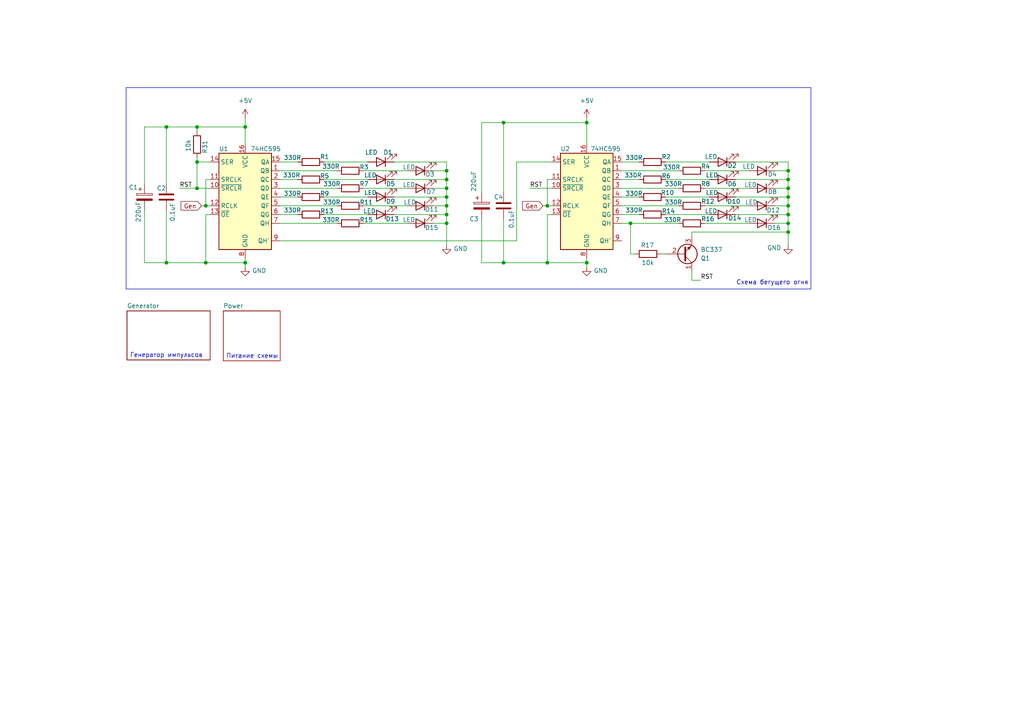
<source format=kicad_sch>
(kicad_sch (version 20231120) (generator "eeschema") (generator_version "8.0")
  (paper "A4")
  (lib_symbols
    (symbol "74xx:74HC595"
      (property "Reference" "U" (at -7.62 13.97 0))
      (property "Value" "74HC595" (at -7.62 -16.51 0))
      (symbol "74HC595_1_0"
        (pin tri_state line (at 10.16 7.62 180) (length 2.54) (name "QB") (number "1"))
        (pin input line (at -10.16 2.54 0) (length 2.54) (name "~{SRCLR}") (number "10"))
        (pin input line (at -10.16 5.08 0) (length 2.54) (name "SRCLK") (number "11"))
        (pin input line (at -10.16 -2.54 0) (length 2.54) (name "RCLK") (number "12"))
        (pin input line (at -10.16 -5.08 0) (length 2.54) (name "~{OE}") (number "13"))
        (pin input line (at -10.16 10.16 0) (length 2.54) (name "SER") (number "14"))
        (pin tri_state line (at 10.16 10.16 180) (length 2.54) (name "QA") (number "15"))
        (pin power_in line (at 0 15.24 270) (length 2.54) (name "VCC") (number "16"))
        (pin tri_state line (at 10.16 5.08 180) (length 2.54) (name "QC") (number "2"))
        (pin tri_state line (at 10.16 2.54 180) (length 2.54) (name "QD") (number "3"))
        (pin tri_state line (at 10.16 0 180) (length 2.54) (name "QE") (number "4"))
        (pin tri_state line (at 10.16 -2.54 180) (length 2.54) (name "QF") (number "5"))
        (pin tri_state line (at 10.16 -5.08 180) (length 2.54) (name "QG") (number "6"))
        (pin tri_state line (at 10.16 -7.62 180) (length 2.54) (name "QH") (number "7"))
        (pin power_in line (at 0 -17.78 90) (length 2.54) (name "GND") (number "8"))
        (pin output line (at 10.16 -12.7 180) (length 2.54) (name "QH'") (number "9"))
      )
      (symbol "74HC595_1_1"
        (rectangle (start -7.62 12.7) (end 7.62 -15.24) (stroke (width 0.254)) (fill (type background)))
      )
    )
    (symbol "Device:C" (pin_numbers hide) (pin_names (offset 0.254))
      (property "Reference" "C" (at 0.635 2.54 0))
      (property "Value" "C" (at 0.635 -2.54 0))
      (symbol "C_0_1"
        (polyline (pts (xy -2.032 -0.762) (xy 2.032 -0.762)) (stroke (width 0.508)))
        (polyline (pts (xy -2.032 0.762) (xy 2.032 0.762)) (stroke (width 0.508)))
      )
      (symbol "C_1_1"
        (pin passive line (at 0 3.81 270) (length 2.794) (name "~") (number "1"))
        (pin passive line (at 0 -3.81 90) (length 2.794) (name "~") (number "2"))
      )
    )
    (symbol "Device:C_Polarized" (pin_numbers hide) (pin_names (offset 0.254))
      (property "Reference" "C" (at 0.635 2.54 0))
      (property "Value" "C_Polarized" (at 0.635 -2.54 0))
      (symbol "C_Polarized_0_1"
        (rectangle (start -2.286 0.508) (end 2.286 1.016))
        (polyline (pts (xy -1.778 2.286) (xy -0.762 2.286)))
        (polyline (pts (xy -1.27 2.794) (xy -1.27 1.778)))
        (rectangle (start 2.286 -0.508) (end -2.286 -1.016) (fill (type outline)))
      )
      (symbol "C_Polarized_1_1"
        (pin passive line (at 0 3.81 270) (length 2.794) (name "~") (number "1"))
        (pin passive line (at 0 -3.81 90) (length 2.794) (name "~") (number "2"))
      )
    )
    (symbol "Device:LED" (pin_numbers hide) (pin_names (offset 1.016) hide)
      (property "Reference" "D" (at 0 2.54 0))
      (property "Value" "LED" (at 0 -2.54 0))
      (symbol "LED_0_1"
        (polyline (pts (xy -1.27 -1.27) (xy -1.27 1.27)) (stroke (width 0.254)))
        (polyline (pts (xy -1.27 0) (xy 1.27 0)))
        (polyline (pts (xy 1.27 -1.27) (xy 1.27 1.27) (xy -1.27 0) (xy 1.27 -1.27)) (stroke (width 0.254)))
        (polyline (pts (xy -3.048 -0.762) (xy -4.572 -2.286) (xy -3.81 -2.286) (xy -4.572 -2.286) (xy -4.572 -1.524)))
        (polyline (pts (xy -1.778 -0.762) (xy -3.302 -2.286) (xy -2.54 -2.286) (xy -3.302 -2.286) (xy -3.302 -1.524)))
      )
      (symbol "LED_1_1"
        (pin passive line (at -3.81 0 0) (length 2.54) (name "K") (number "1"))
        (pin passive line (at 3.81 0 180) (length 2.54) (name "A") (number "2"))
      )
    )
    (symbol "Device:R" (pin_numbers hide) (pin_names (offset 0))
      (property "Reference" "R" (at 2.032 0 90))
      (property "Value" "R" (at 0 0 90))
      (symbol "R_0_1"
        (rectangle (start -1.016 -2.54) (end 1.016 2.54) (stroke (width 0.254)))
      )
      (symbol "R_1_1"
        (pin passive line (at 0 3.81 270) (length 1.27) (name "~") (number "1"))
        (pin passive line (at 0 -3.81 90) (length 1.27) (name "~") (number "2"))
      )
    )
    (symbol "Transistor_BJT:BC337" (pin_names (offset 0) hide)
      (property "Reference" "Q" (at 5.08 1.905 0))
      (property "Value" "BC337" (at 5.08 0 0))
      (symbol "BC337_0_1"
        (polyline (pts (xy 0 0) (xy 0.635 0)))
        (polyline (pts (xy 0.635 0.635) (xy 2.54 2.54)))
        (polyline (pts (xy 0.635 -0.635) (xy 2.54 -2.54) (xy 2.54 -2.54)))
        (polyline (pts (xy 0.635 1.905) (xy 0.635 -1.905) (xy 0.635 -1.905)) (stroke (width 0.508)))
        (polyline (pts (xy 1.27 -1.778) (xy 1.778 -1.27) (xy 2.286 -2.286) (xy 1.27 -1.778) (xy 1.27 -1.778)) (fill (type outline)))
        (circle (center 1.27 0) (radius 2.8194) (stroke (width 0.254)))
      )
      (symbol "BC337_1_1"
        (pin passive line (at 2.54 5.08 270) (length 2.54) (name "C") (number "1"))
        (pin input line (at -5.08 0 0) (length 5.08) (name "B") (number "2"))
        (pin passive line (at 2.54 -5.08 90) (length 2.54) (name "E") (number "3"))
      )
    )
    (symbol "power:+5V" (power) (pin_numbers hide) (pin_names (offset 0) hide)
      (property "Value" "+5V" (at 0 3.556 0))
      (symbol "+5V_0_1"
        (polyline (pts (xy -0.762 1.27) (xy 0 2.54)))
        (polyline (pts (xy 0 0) (xy 0 2.54)))
        (polyline (pts (xy 0 2.54) (xy 0.762 1.27)))
      )
      (symbol "+5V_1_1"
        (pin power_in line (at 0 0 90) (length 0) (name "~") (number "1"))
      )
    )
    (symbol "power:GND" (power) (pin_numbers hide) (pin_names (offset 0) hide)
      (property "Value" "GND" (at 0 -3.81 0))
      (symbol "GND_0_1"
        (polyline (pts (xy 0 0) (xy 0 -1.27) (xy 1.27 -1.27) (xy 0 -2.54) (xy -1.27 -1.27) (xy 0 -1.27)))
      )
      (symbol "GND_1_1"
        (pin power_in line (at 0 0 270) (length 0) (name "~") (number "1"))
      )
    )
  )
  (junction (at 129.54 62.23))
  (junction (at 129.54 57.15))
  (junction (at 182.88 64.77))
  (junction (at 170.18 76.2))
  (junction (at 228.6 49.53))
  (junction (at 146.05 35.56))
  (junction (at 228.6 54.61))
  (junction (at 228.6 67.31))
  (junction (at 158.75 76.2))
  (junction (at 158.75 59.69))
  (junction (at 228.6 52.07))
  (junction (at 228.6 59.69))
  (junction (at 129.54 49.53))
  (junction (at 48.26 36.83))
  (junction (at 48.26 76.2))
  (junction (at 57.15 54.61))
  (junction (at 129.54 52.07))
  (junction (at 129.54 59.69))
  (junction (at 59.69 59.69))
  (junction (at 146.05 76.2))
  (junction (at 228.6 62.23))
  (junction (at 71.12 76.2))
  (junction (at 228.6 64.77))
  (junction (at 57.15 36.83))
  (junction (at 71.12 36.83))
  (junction (at 129.54 64.77))
  (junction (at 170.18 35.56))
  (junction (at 59.69 76.2))
  (junction (at 57.15 46.99))
  (junction (at 228.6 57.15))
  (junction (at 129.54 54.61))
  (wire (pts (xy 71.12 34.29) (xy 71.12 36.83)))
  (wire (pts (xy 81.28 46.99) (xy 86.36 46.99)))
  (wire (pts (xy 200.66 67.31) (xy 228.6 67.31)))
  (wire (pts (xy 57.15 54.61) (xy 57.15 46.99)))
  (wire (pts (xy 193.04 52.07) (xy 205.74 52.07)))
  (wire (pts (xy 228.6 49.53) (xy 228.6 46.99)))
  (wire (pts (xy 182.88 73.66) (xy 184.15 73.66)))
  (wire (pts (xy 93.98 52.07) (xy 106.68 52.07)))
  (wire (pts (xy 41.91 60.96) (xy 41.91 76.2)))
  (wire (pts (xy 129.54 54.61) (xy 129.54 52.07)))
  (wire (pts (xy 93.98 46.99) (xy 106.68 46.99)))
  (wire (pts (xy 170.18 76.2) (xy 170.18 77.47)))
  (wire (pts (xy 139.7 55.88) (xy 139.7 35.56)))
  (wire (pts (xy 228.6 59.69) (xy 228.6 57.15)))
  (wire (pts (xy 48.26 76.2) (xy 59.69 76.2)))
  (wire (pts (xy 71.12 74.93) (xy 71.12 76.2)))
  (wire (pts (xy 59.69 76.2) (xy 71.12 76.2)))
  (wire (pts (xy 180.34 64.77) (xy 182.88 64.77)))
  (wire (pts (xy 48.26 36.83) (xy 57.15 36.83)))
  (wire (pts (xy 228.6 64.77) (xy 228.6 62.23)))
  (wire (pts (xy 213.36 46.99) (xy 228.6 46.99)))
  (wire (pts (xy 160.02 62.23) (xy 158.75 62.23)))
  (wire (pts (xy 213.36 52.07) (xy 228.6 52.07)))
  (wire (pts (xy 105.41 54.61) (xy 118.11 54.61)))
  (wire (pts (xy 204.47 49.53) (xy 217.17 49.53)))
  (wire (pts (xy 81.28 69.85) (xy 149.86 69.85)))
  (wire (pts (xy 213.36 62.23) (xy 228.6 62.23)))
  (wire (pts (xy 182.88 73.66) (xy 182.88 64.77)))
  (wire (pts (xy 224.79 59.69) (xy 228.6 59.69)))
  (wire (pts (xy 81.28 49.53) (xy 97.79 49.53)))
  (wire (pts (xy 213.36 57.15) (xy 228.6 57.15)))
  (wire (pts (xy 224.79 49.53) (xy 228.6 49.53)))
  (wire (pts (xy 146.05 63.5) (xy 146.05 76.2)))
  (wire (pts (xy 57.15 46.99) (xy 60.96 46.99)))
  (wire (pts (xy 57.15 45.72) (xy 57.15 46.99)))
  (wire (pts (xy 59.69 52.07) (xy 60.96 52.07)))
  (wire (pts (xy 228.6 62.23) (xy 228.6 59.69)))
  (wire (pts (xy 204.47 64.77) (xy 217.17 64.77)))
  (wire (pts (xy 81.28 64.77) (xy 97.79 64.77)))
  (wire (pts (xy 228.6 67.31) (xy 228.6 64.77)))
  (wire (pts (xy 149.86 46.99) (xy 149.86 69.85)))
  (wire (pts (xy 129.54 57.15) (xy 129.54 54.61)))
  (wire (pts (xy 125.73 59.69) (xy 129.54 59.69)))
  (wire (pts (xy 193.04 62.23) (xy 205.74 62.23)))
  (wire (pts (xy 105.41 59.69) (xy 118.11 59.69)))
  (wire (pts (xy 114.3 62.23) (xy 129.54 62.23)))
  (wire (pts (xy 224.79 54.61) (xy 228.6 54.61)))
  (wire (pts (xy 57.15 54.61) (xy 60.96 54.61)))
  (wire (pts (xy 139.7 76.2) (xy 146.05 76.2)))
  (wire (pts (xy 228.6 67.31) (xy 228.6 71.12)))
  (wire (pts (xy 170.18 74.93) (xy 170.18 76.2)))
  (wire (pts (xy 57.15 36.83) (xy 57.15 38.1)))
  (wire (pts (xy 204.47 54.61) (xy 217.17 54.61)))
  (wire (pts (xy 180.34 59.69) (xy 196.85 59.69)))
  (wire (pts (xy 224.79 64.77) (xy 228.6 64.77)))
  (wire (pts (xy 180.34 52.07) (xy 185.42 52.07)))
  (wire (pts (xy 170.18 35.56) (xy 170.18 41.91)))
  (wire (pts (xy 180.34 57.15) (xy 185.42 57.15)))
  (wire (pts (xy 52.07 54.61) (xy 57.15 54.61)))
  (wire (pts (xy 146.05 76.2) (xy 158.75 76.2)))
  (wire (pts (xy 81.28 54.61) (xy 97.79 54.61)))
  (wire (pts (xy 170.18 34.29) (xy 170.18 35.56)))
  (wire (pts (xy 200.66 67.31) (xy 200.66 68.58)))
  (wire (pts (xy 59.69 59.69) (xy 60.96 59.69)))
  (wire (pts (xy 228.6 52.07) (xy 228.6 49.53)))
  (wire (pts (xy 153.67 54.61) (xy 160.02 54.61)))
  (wire (pts (xy 93.98 57.15) (xy 106.68 57.15)))
  (wire (pts (xy 105.41 64.77) (xy 118.11 64.77)))
  (wire (pts (xy 180.34 62.23) (xy 185.42 62.23)))
  (wire (pts (xy 60.96 62.23) (xy 59.69 62.23)))
  (wire (pts (xy 81.28 52.07) (xy 86.36 52.07)))
  (wire (pts (xy 59.69 62.23) (xy 59.69 76.2)))
  (wire (pts (xy 129.54 71.12) (xy 129.54 64.77)))
  (wire (pts (xy 129.54 59.69) (xy 129.54 57.15)))
  (wire (pts (xy 41.91 53.34) (xy 41.91 36.83)))
  (wire (pts (xy 114.3 46.99) (xy 129.54 46.99)))
  (wire (pts (xy 158.75 76.2) (xy 170.18 76.2)))
  (wire (pts (xy 114.3 52.07) (xy 129.54 52.07)))
  (wire (pts (xy 57.15 36.83) (xy 71.12 36.83)))
  (wire (pts (xy 59.69 52.07) (xy 59.69 59.69)))
  (wire (pts (xy 160.02 59.69) (xy 158.75 59.69)))
  (wire (pts (xy 228.6 54.61) (xy 228.6 52.07)))
  (wire (pts (xy 146.05 35.56) (xy 170.18 35.56)))
  (wire (pts (xy 228.6 57.15) (xy 228.6 54.61)))
  (wire (pts (xy 146.05 35.56) (xy 146.05 55.88)))
  (wire (pts (xy 41.91 76.2) (xy 48.26 76.2)))
  (wire (pts (xy 48.26 60.96) (xy 48.26 76.2)))
  (wire (pts (xy 129.54 62.23) (xy 129.54 59.69)))
  (wire (pts (xy 58.42 59.69) (xy 59.69 59.69)))
  (wire (pts (xy 139.7 63.5) (xy 139.7 76.2)))
  (wire (pts (xy 125.73 49.53) (xy 129.54 49.53)))
  (wire (pts (xy 204.47 59.69) (xy 217.17 59.69)))
  (wire (pts (xy 125.73 64.77) (xy 129.54 64.77)))
  (wire (pts (xy 81.28 57.15) (xy 86.36 57.15)))
  (wire (pts (xy 158.75 62.23) (xy 158.75 76.2)))
  (wire (pts (xy 180.34 54.61) (xy 196.85 54.61)))
  (wire (pts (xy 81.28 62.23) (xy 86.36 62.23)))
  (wire (pts (xy 129.54 52.07) (xy 129.54 49.53)))
  (wire (pts (xy 71.12 76.2) (xy 71.12 77.47)))
  (wire (pts (xy 158.75 52.07) (xy 160.02 52.07)))
  (wire (pts (xy 191.77 73.66) (xy 193.04 73.66)))
  (wire (pts (xy 180.34 49.53) (xy 196.85 49.53)))
  (wire (pts (xy 193.04 46.99) (xy 205.74 46.99)))
  (wire (pts (xy 160.02 46.99) (xy 149.86 46.99)))
  (wire (pts (xy 139.7 35.56) (xy 146.05 35.56)))
  (wire (pts (xy 182.88 64.77) (xy 196.85 64.77)))
  (wire (pts (xy 200.66 81.28) (xy 203.2 81.28)))
  (wire (pts (xy 193.04 57.15) (xy 205.74 57.15)))
  (wire (pts (xy 48.26 36.83) (xy 48.26 53.34)))
  (wire (pts (xy 157.48 59.69) (xy 158.75 59.69)))
  (wire (pts (xy 93.98 62.23) (xy 106.68 62.23)))
  (wire (pts (xy 200.66 78.74) (xy 200.66 81.28)))
  (wire (pts (xy 180.34 46.99) (xy 185.42 46.99)))
  (wire (pts (xy 158.75 59.69) (xy 158.75 52.07)))
  (wire (pts (xy 81.28 59.69) (xy 97.79 59.69)))
  (wire (pts (xy 105.41 49.53) (xy 118.11 49.53)))
  (wire (pts (xy 129.54 64.77) (xy 129.54 62.23)))
  (wire (pts (xy 125.73 54.61) (xy 129.54 54.61)))
  (wire (pts (xy 41.91 36.83) (xy 48.26 36.83)))
  (wire (pts (xy 129.54 49.53) (xy 129.54 46.99)))
  (wire (pts (xy 114.3 57.15) (xy 129.54 57.15)))
  (wire (pts (xy 71.12 36.83) (xy 71.12 41.91)))
  (rectangle (start 36.576 25.4) (end 235.204 83.82))
  (text "Схема бегущего огня" (at 224.028 82.042 0) (effects (font (size 1.27 1.27))))
  (text "Питание схемы" (at 73.152 103.378 0) (effects (font (size 1.27 1.27))))
  (text "Генератор импульсов" (at 48.26 103.124 0) (effects (font (size 1.27 1.27))))
  (label "RST" (at 52.07 54.61 0))
  (label "RST" (at 153.67 54.61 0))
  (label "RST" (at 203.2 81.28 0))
  (global_label "Gen" (shape input) (at 58.42 59.69 180) (property "Intersheetrefs" "${INTERSHEET_REFS}" (effects (hide yes))))
  (global_label "Gen" (shape input) (at 157.48 59.69 180) (property "Intersheetrefs" "${INTERSHEET_REFS}" (effects (hide yes))))
  (symbol (lib_id "Device:R") (at 90.17 57.15 270) (unit 1)
    (property "Reference" "R9" (at 95.504 56.134 90) (effects (justify right)))
    (property "Value" "330R" (at 87.376 56.134 90) (effects (justify right)))
    (property "Footprint" "Resistor_THT:R_Axial_DIN0207_L6.3mm_D2.5mm_P2.54mm_Vertical" (effects (hide yes)))
    (property "Description" "Resistor" (effects (hide yes)))
  )
  (symbol (lib_id "power:GND") (at 228.6 71.12 0) (unit 1)
    (property "Reference" "#PWR04" (effects (hide yes)))
    (property "Value" "GND" (at 224.536 71.882 0))
    (property "Description" "Power symbol creates a global label with name \"GND\" , ground" (effects (hide yes)))
  )
  (symbol (lib_id "Device:LED") (at 209.55 46.99 180) (unit 1)
    (property "Reference" "D2" (at 212.344 48.006 0))
    (property "Value" "LED" (at 206.248 45.466 0))
    (property "Footprint" "LED_THT:LED_D5.0mm" (effects (hide yes)))
    (property "Description" "Light emitting diode" (effects (hide yes)))
  )
  (symbol (lib_id "Device:R") (at 200.66 54.61 270) (unit 1)
    (property "Reference" "R8" (at 205.994 53.34 90) (effects (justify right)))
    (property "Value" "330R" (at 197.866 53.34 90) (effects (justify right)))
    (property "Footprint" "Resistor_THT:R_Axial_DIN0207_L6.3mm_D2.5mm_P2.54mm_Vertical" (effects (hide yes)))
    (property "Description" "Resistor" (effects (hide yes)))
  )
  (symbol (lib_id "Device:R") (at 200.66 59.69 270) (unit 1)
    (property "Reference" "R12" (at 207.264 58.42 90) (effects (justify right)))
    (property "Value" "330R" (at 197.866 58.674 90) (effects (justify right)))
    (property "Footprint" "Resistor_THT:R_Axial_DIN0207_L6.3mm_D2.5mm_P2.54mm_Vertical" (effects (hide yes)))
    (property "Description" "Resistor" (effects (hide yes)))
  )
  (symbol (lib_id "Device:R") (at 101.6 64.77 270) (unit 1)
    (property "Reference" "R15" (at 108.204 63.754 90) (effects (justify right)))
    (property "Value" "330R" (at 98.552 63.754 90) (effects (justify right)))
    (property "Footprint" "Resistor_THT:R_Axial_DIN0207_L6.3mm_D2.5mm_P2.54mm_Vertical" (effects (hide yes)))
    (property "Description" "Resistor" (effects (hide yes)))
  )
  (symbol (lib_id "Device:LED") (at 110.49 62.23 180) (unit 1)
    (property "Reference" "D13" (at 113.792 63.5 0))
    (property "Value" "LED" (at 107.188 61.214 0))
    (property "Footprint" "LED_THT:LED_D5.0mm" (effects (hide yes)))
    (property "Description" "Light emitting diode" (effects (hide yes)))
  )
  (symbol (lib_id "Device:R") (at 189.23 46.99 270) (unit 1)
    (property "Reference" "R2" (at 194.564 45.466 90) (effects (justify right)))
    (property "Value" "330R" (at 186.436 45.72 90) (effects (justify right)))
    (property "Footprint" "Resistor_THT:R_Axial_DIN0207_L6.3mm_D2.5mm_P2.54mm_Vertical" (effects (hide yes)))
    (property "Description" "Resistor" (effects (hide yes)))
  )
  (symbol (lib_id "Device:R") (at 187.96 73.66 270) (unit 1)
    (property "Reference" "R17" (at 189.738 71.12 90) (effects (justify right)))
    (property "Value" "10k" (at 189.738 76.2 90) (effects (justify right)))
    (property "Footprint" "Resistor_THT:R_Axial_DIN0207_L6.3mm_D2.5mm_P2.54mm_Vertical" (effects (hide yes)))
    (property "Description" "Resistor" (effects (hide yes)))
  )
  (symbol (lib_id "Device:LED") (at 220.98 64.77 180) (unit 1)
    (property "Reference" "D16" (at 224.536 66.04 0))
    (property "Value" "LED" (at 217.678 63.754 0))
    (property "Footprint" "LED_THT:LED_D5.0mm" (effects (hide yes)))
    (property "Description" "Light emitting diode" (effects (hide yes)))
  )
  (symbol (lib_id "power:GND") (at 129.54 71.12 0) (unit 1)
    (property "Reference" "#PWR03" (effects (hide yes)))
    (property "Value" "GND" (at 133.604 72.136 0))
    (property "Description" "Power symbol creates a global label with name \"GND\" , ground" (effects (hide yes)))
  )
  (symbol (lib_id "power:GND") (at 170.18 77.47 0) (unit 1)
    (property "Reference" "#PWR06" (effects (hide yes)))
    (property "Value" "GND" (at 174.244 78.486 0))
    (property "Description" "Power symbol creates a global label with name \"GND\" , ground" (effects (hide yes)))
  )
  (symbol (lib_id "Device:LED") (at 110.49 57.15 180) (unit 1)
    (property "Reference" "D9" (at 113.284 58.42 0))
    (property "Value" "LED" (at 107.442 55.88 0))
    (property "Footprint" "LED_THT:LED_D5.0mm" (effects (hide yes)))
    (property "Description" "Light emitting diode" (effects (hide yes)))
  )
  (symbol (lib_id "power:+5V") (at 170.18 34.29 0) (unit 1)
    (property "Reference" "#PWR01" (effects (hide yes)))
    (property "Value" "+5V" (at 170.18 29.21 0))
    (property "Description" "Power symbol creates a global label with name \"+5V\"" (effects (hide yes)))
  )
  (symbol (lib_id "Device:LED") (at 209.55 62.23 180) (unit 1)
    (property "Reference" "D14" (at 213.106 63.246 0))
    (property "Value" "LED" (at 206.248 61.214 0))
    (property "Footprint" "LED_THT:LED_D5.0mm" (effects (hide yes)))
    (property "Description" "Light emitting diode" (effects (hide yes)))
  )
  (symbol (lib_id "Device:C_Polarized") (at 41.91 57.15 0) (unit 1)
    (property "Reference" "C1" (at 37.338 54.356 0) (effects (justify left)))
    (property "Value" "220uF" (at 40.132 64.516 90) (effects (justify left)))
    (property "Footprint" "Capacitor_THT:CP_Radial_D8.0mm_P3.80mm" (effects (hide yes)))
    (property "Description" "Polarized capacitor" (effects (hide yes)))
  )
  (symbol (lib_id "Device:R") (at 200.66 49.53 270) (unit 1)
    (property "Reference" "R4" (at 205.994 48.26 90) (effects (justify right)))
    (property "Value" "330R" (at 197.358 48.514 90) (effects (justify right)))
    (property "Footprint" "Resistor_THT:R_Axial_DIN0207_L6.3mm_D2.5mm_P2.54mm_Vertical" (effects (hide yes)))
    (property "Description" "Resistor" (effects (hide yes)))
  )
  (symbol (lib_id "Device:LED") (at 220.98 59.69 180) (unit 1)
    (property "Reference" "D12" (at 224.282 60.96 0))
    (property "Value" "LED" (at 217.932 58.674 0))
    (property "Footprint" "LED_THT:LED_D5.0mm" (effects (hide yes)))
    (property "Description" "Light emitting diode" (effects (hide yes)))
  )
  (symbol (lib_id "Device:LED") (at 209.55 57.15 180) (unit 1)
    (property "Reference" "D10" (at 212.852 58.42 0))
    (property "Value" "LED" (at 206.502 55.88 0))
    (property "Footprint" "LED_THT:LED_D5.0mm" (effects (hide yes)))
    (property "Description" "Light emitting diode" (effects (hide yes)))
  )
  (symbol (lib_id "Device:LED") (at 121.92 54.61 180) (unit 1)
    (property "Reference" "D7" (at 124.968 55.626 0))
    (property "Value" "LED" (at 118.618 53.594 0))
    (property "Footprint" "LED_THT:LED_D5.0mm" (effects (hide yes)))
    (property "Description" "Light emitting diode" (effects (hide yes)))
  )
  (symbol (lib_id "Device:LED") (at 110.49 46.99 180) (unit 1)
    (property "Reference" "D1" (at 112.522 44.196 0))
    (property "Value" "LED" (at 107.696 44.196 0))
    (property "Footprint" "LED_THT:LED_D5.0mm" (effects (hide yes)))
    (property "Description" "Light emitting diode" (effects (hide yes)))
  )
  (symbol (lib_id "Device:R") (at 90.17 52.07 270) (unit 1)
    (property "Reference" "R5" (at 95.504 51.054 90) (effects (justify right)))
    (property "Value" "330R" (at 87.122 50.8 90) (effects (justify right)))
    (property "Footprint" "Resistor_THT:R_Axial_DIN0207_L6.3mm_D2.5mm_P2.54mm_Vertical" (effects (hide yes)))
    (property "Description" "Resistor" (effects (hide yes)))
  )
  (symbol (lib_id "Device:LED") (at 121.92 59.69 180) (unit 1)
    (property "Reference" "D11" (at 125.222 60.706 0))
    (property "Value" "LED" (at 118.872 58.674 0))
    (property "Footprint" "LED_THT:LED_D5.0mm" (effects (hide yes)))
    (property "Description" "Light emitting diode" (effects (hide yes)))
  )
  (symbol (lib_id "Device:R") (at 101.6 54.61 270) (unit 1)
    (property "Reference" "R7" (at 106.934 53.34 90) (effects (justify right)))
    (property "Value" "330R" (at 98.806 53.34 90) (effects (justify right)))
    (property "Footprint" "Resistor_THT:R_Axial_DIN0207_L6.3mm_D2.5mm_P2.54mm_Vertical" (effects (hide yes)))
    (property "Description" "Resistor" (effects (hide yes)))
  )
  (symbol (lib_id "Device:R") (at 57.15 41.91 0) (unit 1)
    (property "Reference" "R31" (at 59.436 40.64 90) (effects (justify right)))
    (property "Value" "10k" (at 54.61 40.386 90) (effects (justify right)))
    (property "Footprint" "Resistor_THT:R_Axial_DIN0207_L6.3mm_D2.5mm_P2.54mm_Vertical" (effects (hide yes)))
    (property "Description" "Resistor" (effects (hide yes)))
  )
  (symbol (lib_id "Device:R") (at 189.23 62.23 270) (unit 1)
    (property "Reference" "R14" (at 195.834 61.214 90) (effects (justify right)))
    (property "Value" "330R" (at 186.436 60.96 90) (effects (justify right)))
    (property "Footprint" "Resistor_THT:R_Axial_DIN0207_L6.3mm_D2.5mm_P2.54mm_Vertical" (effects (hide yes)))
    (property "Description" "Resistor" (effects (hide yes)))
  )
  (symbol (lib_id "Device:R") (at 101.6 59.69 270) (unit 1)
    (property "Reference" "R11" (at 108.204 58.674 90) (effects (justify right)))
    (property "Value" "330R" (at 98.806 58.674 90) (effects (justify right)))
    (property "Footprint" "Resistor_THT:R_Axial_DIN0207_L6.3mm_D2.5mm_P2.54mm_Vertical" (effects (hide yes)))
    (property "Description" "Resistor" (effects (hide yes)))
  )
  (symbol (lib_id "Device:C_Polarized") (at 139.7 59.69 0) (unit 1)
    (property "Reference" "C3" (at 136.144 63.5 0) (effects (justify left)))
    (property "Value" "220uF" (at 137.414 55.626 90) (effects (justify left)))
    (property "Footprint" "Capacitor_THT:CP_Radial_D8.0mm_P3.80mm" (effects (hide yes)))
    (property "Description" "Polarized capacitor" (effects (hide yes)))
  )
  (symbol (lib_id "Device:R") (at 90.17 62.23 270) (unit 1)
    (property "Reference" "R13" (at 96.774 61.214 90) (effects (justify right)))
    (property "Value" "330R" (at 87.376 60.96 90) (effects (justify right)))
    (property "Footprint" "Resistor_THT:R_Axial_DIN0207_L6.3mm_D2.5mm_P2.54mm_Vertical" (effects (hide yes)))
    (property "Description" "Resistor" (effects (hide yes)))
  )
  (symbol (lib_id "Device:R") (at 189.23 57.15 270) (unit 1)
    (property "Reference" "R10" (at 195.58 55.88 90) (effects (justify right)))
    (property "Value" "330R" (at 186.436 56.134 90) (effects (justify right)))
    (property "Footprint" "Resistor_THT:R_Axial_DIN0207_L6.3mm_D2.5mm_P2.54mm_Vertical" (effects (hide yes)))
    (property "Description" "Resistor" (effects (hide yes)))
  )
  (symbol (lib_id "Device:R") (at 101.6 49.53 270) (unit 1)
    (property "Reference" "R3" (at 106.934 48.514 90) (effects (justify right)))
    (property "Value" "330R" (at 98.552 48.26 90) (effects (justify right)))
    (property "Footprint" "Resistor_THT:R_Axial_DIN0207_L6.3mm_D2.5mm_P2.54mm_Vertical" (effects (hide yes)))
    (property "Description" "Resistor" (effects (hide yes)))
  )
  (symbol (lib_id "Device:R") (at 189.23 52.07 270) (unit 1)
    (property "Reference" "R6" (at 194.564 51.054 90) (effects (justify right)))
    (property "Value" "330R" (at 186.182 50.8 90) (effects (justify right)))
    (property "Footprint" "Resistor_THT:R_Axial_DIN0207_L6.3mm_D2.5mm_P2.54mm_Vertical" (effects (hide yes)))
    (property "Description" "Resistor" (effects (hide yes)))
  )
  (symbol (lib_id "Device:R") (at 200.66 64.77 270) (unit 1)
    (property "Reference" "R16" (at 207.264 63.5 90) (effects (justify right)))
    (property "Value" "330R" (at 197.612 63.754 90) (effects (justify right)))
    (property "Footprint" "Resistor_THT:R_Axial_DIN0207_L6.3mm_D2.5mm_P2.54mm_Vertical" (effects (hide yes)))
    (property "Description" "Resistor" (effects (hide yes)))
  )
  (symbol (lib_id "74xx:74HC595") (at 170.18 57.15 0) (unit 1)
    (property "Reference" "U2" (at 162.56 43.18 0) (effects (justify left)))
    (property "Value" "74HC595" (at 171.196 43.18 0) (effects (justify left)))
    (property "Footprint" "Package_DIP:DIP-16_W7.62mm" (effects (hide yes)))
    (property "Datasheet" "http://www.ti.com/lit/ds/symlink/sn74hc595.pdf" (effects (hide yes)))
    (property "Description" "8-bit serial in/out Shift Register 3-State Outputs" (effects (hide yes)))
  )
  (symbol (lib_id "Device:R") (at 90.17 46.99 270) (unit 1)
    (property "Reference" "R1" (at 95.504 45.466 90) (effects (justify right)))
    (property "Value" "330R" (at 87.376 45.72 90) (effects (justify right)))
    (property "Footprint" "Resistor_THT:R_Axial_DIN0207_L6.3mm_D2.5mm_P2.54mm_Vertical" (effects (hide yes)))
    (property "Description" "Resistor" (effects (hide yes)))
  )
  (symbol (lib_id "power:+5V") (at 71.12 34.29 0) (unit 1)
    (property "Reference" "#PWR02" (effects (hide yes)))
    (property "Value" "+5V" (at 71.12 29.21 0))
    (property "Description" "Power symbol creates a global label with name \"+5V\"" (effects (hide yes)))
  )
  (symbol (lib_id "Device:LED") (at 209.55 52.07 180) (unit 1)
    (property "Reference" "D6" (at 212.344 53.34 0))
    (property "Value" "LED" (at 206.502 50.8 0))
    (property "Footprint" "LED_THT:LED_D5.0mm" (effects (hide yes)))
    (property "Description" "Light emitting diode" (effects (hide yes)))
  )
  (symbol (lib_id "Device:C") (at 146.05 59.69 0) (unit 1)
    (property "Reference" "C4" (at 143.256 57.15 0) (effects (justify left)))
    (property "Value" "0.1uF" (at 148.336 66.294 90) (effects (justify left)))
    (property "Footprint" "Capacitor_THT:C_Disc_D3.0mm_W2.0mm_P2.50mm" (effects (hide yes)))
    (property "Description" "Unpolarized capacitor" (effects (hide yes)))
  )
  (symbol (lib_id "74xx:74HC595") (at 71.12 57.15 0) (unit 1)
    (property "Reference" "U1" (at 63.5 43.18 0) (effects (justify left)))
    (property "Value" "74HC595" (at 72.644 43.18 0) (effects (justify left)))
    (property "Footprint" "Package_DIP:DIP-16_W7.62mm" (effects (hide yes)))
    (property "Datasheet" "http://www.ti.com/lit/ds/symlink/sn74hc595.pdf" (effects (hide yes)))
    (property "Description" "8-bit serial in/out Shift Register 3-State Outputs" (effects (hide yes)))
  )
  (symbol (lib_id "Device:LED") (at 110.49 52.07 180) (unit 1)
    (property "Reference" "D5" (at 113.284 53.34 0))
    (property "Value" "LED" (at 107.442 50.8 0))
    (property "Footprint" "LED_THT:LED_D5.0mm" (effects (hide yes)))
    (property "Description" "Light emitting diode" (effects (hide yes)))
  )
  (symbol (lib_id "Device:LED") (at 121.92 49.53 180) (unit 1)
    (property "Reference" "D3" (at 124.714 50.546 0))
    (property "Value" "LED" (at 118.618 48.514 0))
    (property "Footprint" "LED_THT:LED_D5.0mm" (effects (hide yes)))
    (property "Description" "Light emitting diode" (effects (hide yes)))
  )
  (symbol (lib_id "Transistor_BJT:BC337") (at 198.12 73.66 0) (mirror x) (unit 1)
    (property "Reference" "Q1" (at 203.2 74.9301 0) (effects (justify left)))
    (property "Value" "BC337" (at 203.2 72.3901 0) (effects (justify left)))
    (property "Footprint" "Package_TO_SOT_THT:TO-92_Inline" (effects (hide yes)))
    (property "Datasheet" "https://diotec.com/tl_files/diotec/files/pdf/datasheets/bc337.pdf" (effects (hide yes)))
    (property "Description" "0.8A Ic, 45V Vce, NPN Transistor, TO-92" (effects (hide yes)))
  )
  (symbol (lib_id "Device:LED") (at 121.92 64.77 180) (unit 1)
    (property "Reference" "D15" (at 125.222 66.04 0))
    (property "Value" "LED" (at 118.618 63.754 0))
    (property "Footprint" "LED_THT:LED_D5.0mm" (effects (hide yes)))
    (property "Description" "Light emitting diode" (effects (hide yes)))
  )
  (symbol (lib_id "Device:C") (at 48.26 57.15 0) (unit 1)
    (property "Reference" "C2" (at 45.466 54.61 0) (effects (justify left)))
    (property "Value" "0.1uF" (at 50.038 64.262 90) (effects (justify left)))
    (property "Footprint" "Capacitor_THT:C_Disc_D3.0mm_W2.0mm_P2.50mm" (effects (hide yes)))
    (property "Description" "Unpolarized capacitor" (effects (hide yes)))
  )
  (symbol (lib_id "power:GND") (at 71.12 77.47 0) (unit 1)
    (property "Reference" "#PWR05" (effects (hide yes)))
    (property "Value" "GND" (at 75.184 78.486 0))
    (property "Description" "Power symbol creates a global label with name \"GND\" , ground" (effects (hide yes)))
  )
  (symbol (lib_id "Device:LED") (at 220.98 49.53 180) (unit 1)
    (property "Reference" "D4" (at 224.028 50.546 0))
    (property "Value" "LED" (at 217.17 48.26 0))
    (property "Footprint" "LED_THT:LED_D5.0mm" (effects (hide yes)))
    (property "Description" "Light emitting diode" (effects (hide yes)))
  )
  (symbol (lib_id "Device:LED") (at 220.98 54.61 180) (unit 1)
    (property "Reference" "D8" (at 224.028 55.626 0))
    (property "Value" "LED" (at 217.678 53.594 0))
    (property "Footprint" "LED_THT:LED_D5.0mm" (effects (hide yes)))
    (property "Description" "Light emitting diode" (effects (hide yes)))
  )
  (sheet (at 36.83 90.17) (size 24.13 14.224) (stroke (width 0.1524))
    (property "Sheetname" "Generator" (at 36.83 89.4584 0) (effects (justify left bottom)))
    (property "Sheetfile" "Timer.kicad_sch" (effects (hide yes)))
  )
  (sheet (at 64.77 90.17) (size 16.51 14.478) (stroke (width 0.1524))
    (property "Sheetname" "Power" (at 64.77 89.4584 0) (effects (justify left bottom)))
    (property "Sheetfile" "Power.kicad_sch" (effects (hide yes)))
  )
)
</source>
